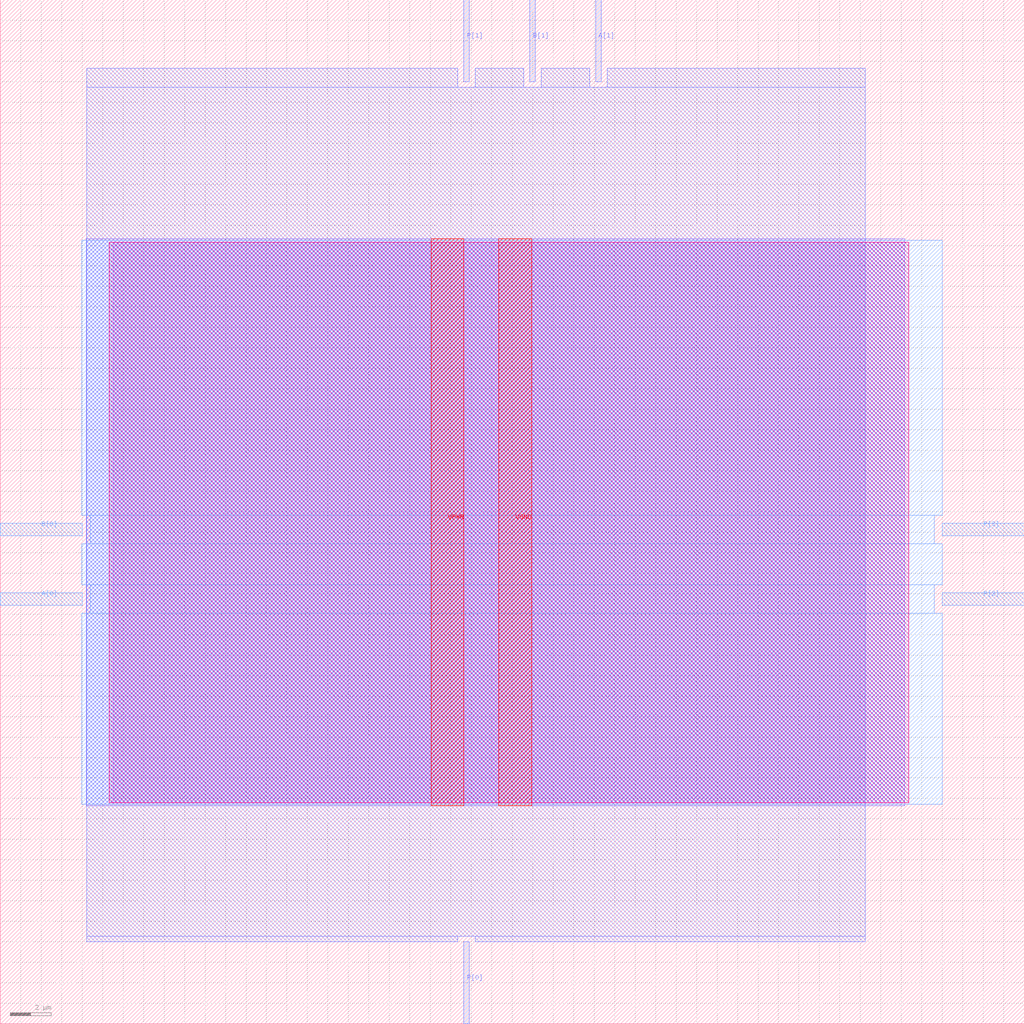
<source format=lef>
VERSION 5.7 ;
  NOWIREEXTENSIONATPIN ON ;
  DIVIDERCHAR "/" ;
  BUSBITCHARS "[]" ;
MACRO SARSA_WInd_e8
  CLASS BLOCK ;
  FOREIGN SARSA_WInd_e8 ;
  ORIGIN 0.000 0.000 ;
  SIZE 50.000 BY 50.000 ;
  PIN A[0]
    DIRECTION INPUT ;
    USE SIGNAL ;
    ANTENNAGATEAREA 0.196500 ;
    PORT
      LAYER met3 ;
        RECT 0.000 20.440 4.000 21.040 ;
    END
  END A[0]
  PIN A[1]
    DIRECTION INPUT ;
    USE SIGNAL ;
    ANTENNAGATEAREA 0.196500 ;
    PORT
      LAYER met2 ;
        RECT 29.070 46.000 29.350 50.000 ;
    END
  END A[1]
  PIN B[0]
    DIRECTION INPUT ;
    USE SIGNAL ;
    ANTENNAGATEAREA 0.196500 ;
    PORT
      LAYER met3 ;
        RECT 0.000 23.840 4.000 24.440 ;
    END
  END B[0]
  PIN B[1]
    DIRECTION INPUT ;
    USE SIGNAL ;
    ANTENNAGATEAREA 0.196500 ;
    PORT
      LAYER met2 ;
        RECT 25.850 46.000 26.130 50.000 ;
    END
  END B[1]
  PIN P[0]
    DIRECTION OUTPUT ;
    USE SIGNAL ;
    ANTENNADIFFAREA 0.445500 ;
    PORT
      LAYER met2 ;
        RECT 22.630 0.000 22.910 4.000 ;
    END
  END P[0]
  PIN P[1]
    DIRECTION OUTPUT ;
    USE SIGNAL ;
    ANTENNADIFFAREA 0.445500 ;
    PORT
      LAYER met2 ;
        RECT 22.630 46.000 22.910 50.000 ;
    END
  END P[1]
  PIN P[2]
    DIRECTION OUTPUT ;
    USE SIGNAL ;
    ANTENNADIFFAREA 0.445500 ;
    PORT
      LAYER met3 ;
        RECT 46.000 20.440 50.000 21.040 ;
    END
  END P[2]
  PIN P[3]
    DIRECTION OUTPUT ;
    USE SIGNAL ;
    ANTENNADIFFAREA 0.445500 ;
    PORT
      LAYER met3 ;
        RECT 46.000 23.840 50.000 24.440 ;
    END
  END P[3]
  PIN VGND
    DIRECTION INOUT ;
    USE GROUND ;
    PORT
      LAYER met4 ;
        RECT 24.340 10.640 25.940 38.320 ;
    END
  END VGND
  PIN VPWR
    DIRECTION INOUT ;
    USE POWER ;
    PORT
      LAYER met4 ;
        RECT 21.040 10.640 22.640 38.320 ;
    END
  END VPWR
  OBS
      LAYER nwell ;
        RECT 5.330 10.795 44.350 38.165 ;
      LAYER li1 ;
        RECT 5.520 10.795 44.160 38.165 ;
      LAYER met1 ;
        RECT 4.210 10.640 44.160 38.320 ;
      LAYER met2 ;
        RECT 4.230 45.720 22.350 46.650 ;
        RECT 23.190 45.720 25.570 46.650 ;
        RECT 26.410 45.720 28.790 46.650 ;
        RECT 29.630 45.720 42.230 46.650 ;
        RECT 4.230 4.280 42.230 45.720 ;
        RECT 4.230 4.000 22.350 4.280 ;
        RECT 23.190 4.000 42.230 4.280 ;
      LAYER met3 ;
        RECT 3.990 24.840 46.000 38.245 ;
        RECT 4.400 23.440 45.600 24.840 ;
        RECT 3.990 21.440 46.000 23.440 ;
        RECT 4.400 20.040 45.600 21.440 ;
        RECT 3.990 10.715 46.000 20.040 ;
  END
END SARSA_WInd_e8
END LIBRARY


</source>
